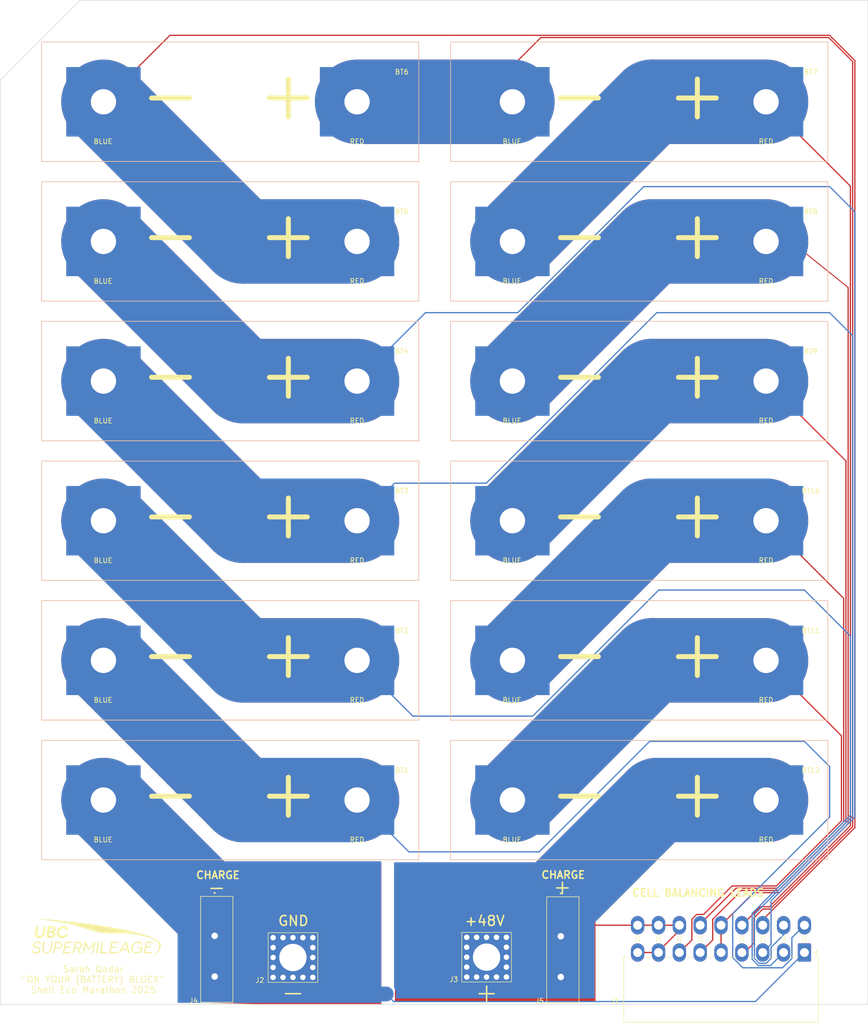
<source format=kicad_pcb>
(kicad_pcb (version 20240108) (generator "pcbnew") (generator_version "8.0")
  (layers (0 "F.Cu" signal) (31 "B.Cu" signal) (34 "B.Paste" user) (35 "F.Paste" user) (36 "B.SilkS" user "B.Silkscreen") (37 "F.SilkS" user "F.Silkscreen") (38 "B.Mask" user) (39 "F.Mask" user) (44 "Edge.Cuts" user))
  (net 0 "")
  (net 1 "cell1+")
  (net 2 "GND")
  (net 3 "cell2+")
  (net 4 "cell5+")
  (net 5 "cell4+")
  (net 6 "cell3+")
  (net 7 "cell6+")
  (net 8 "+48V")
  (net 9 "cell11+")
  (net 10 "cell7+")
  (net 11 "cell8+")
  (net 12 "cell9+")
  (net 13 "cell10+")
  (footprint "URBAN_CELL_CUSTOM_footprints:Enepaq Molicel P50B 21700" (layer "F.Cu") (at 148.629 99.751 180)
    (property "Reference" "BT6" (at -9 6 180) (layer "F.SilkS"))
    (property "Value" "Battery_Cell")
    (fp_text user "-" (at 37.592 0 180) (layer "F.SilkS") (effects (font (size 10 10) (thickness 1))))
    (fp_text user "BLUE" (at 51.181 -8.001 180) (layer "F.SilkS"))
    (fp_text user "RED" (at 0 -8 180) (layer "F.SilkS"))
    (fp_text user "+" (at 13.843 0 180) (layer "F.SilkS") (effects (font (size 10 10) (thickness 1))))
    (pad "1" thru_hole circle (at 0 0 180) (size 9 9) (drill 5.1) (layers "*.Cu" "*.Mask") (net 7 "cell6+"))
    (pad "1" smd rect (at 0 0 180) (size 15 14) (layers "B.Cu" "B.Paste" "B.Mask") (net 7 "cell6+"))
    (pad "2" thru_hole circle (at 51.1 0 180) (size 9 9) (drill 5.1) (layers "*.Cu" "*.Mask") (net 4 "cell5+"))
    (pad "2" smd rect (at 51.1 0 180) (size 15 14) (layers "B.Cu" "B.Paste" "B.Mask") (net 4 "cell5+"))
  )
  (footprint "URBAN_CELL_CUSTOM_footprints:Enepaq Molicel P50B 21700" (layer "F.Cu") (at 231.029 99.751 180)
    (property "Reference" "BT7" (at -9 6 180) (layer "F.SilkS"))
    (property "Value" "Battery_Cell")
    (fp_text user "-" (at 37.592 0 180) (layer "F.SilkS") (effects (font (size 10 10) (thickness 1))))
    (fp_text user "+" (at 13.843 0 180) (layer "F.SilkS") (effects (font (size 10 10) (thickness 1))))
    (fp_text user "RED" (at 0 -8 180) (layer "F.SilkS"))
    (fp_text user "BLUE" (at 51.181 -8.001 180) (layer "F.SilkS"))
    (pad "1" thru_hole circle (at 0 0 180) (size 9 9) (drill 5.1) (layers "*.Cu" "*.Mask") (net 10 "cell7+"))
    (pad "1" smd rect (at 0 0 180) (size 15 14) (layers "B.Cu" "B.Paste" "B.Mask") (net 10 "cell7+"))
    (pad "2" thru_hole circle (at 51.1 0 180) (size 9 9) (drill 5.1) (layers "*.Cu" "*.Mask") (net 7 "cell6+"))
    (pad "2" smd rect (at 51.1 0 180) (size 15 14) (layers "B.Cu" "B.Paste" "B.Mask") (net 7 "cell6+"))
  )
  (footprint "URBAN_CELL_CUSTOM_footprints:PHOENIX_01x01_1190362_TERMBLOCK_ANGLED" (layer "F.Cu") (at 117.115 281.1875)
    (property "Reference" "J4" (at -1.405 -0.3475 0) (layer "F.SilkS"))
    (property "Value" "Conn_01x01_Socket")
    (pad "1" thru_hole circle (at 2.83 -13.4) (size 1.95 1.95) (drill 1.3) (layers "*.Cu" "*.Mask") (net 2 "GND"))
    (pad "1" thru_hole circle (at 2.83 -5.2) (size 1.95 1.95) (drill 1.3) (layers "*.Cu" "*.Mask") (net 2 "GND"))
  )
  (footprint "URBAN_CELL_CUSTOM_footprints:Enepaq Molicel P50B 21700" (layer "F.Cu") (at 148.629 127.885 180)
    (property "Reference" "BT5" (at -9 6 180) (layer "F.SilkS"))
    (property "Value" "Battery_Cell")
    (fp_text user "-" (at 37.592 0 180) (layer "F.SilkS") (effects (font (size 10 10) (thickness 1))))
    (fp_text user "RED" (at 0 -8 180) (layer "F.SilkS"))
    (fp_text user "+" (at 13.843 0 180) (layer "F.SilkS") (effects (font (size 10 10) (thickness 1))))
    (fp_text user "BLUE" (at 51.181 -8.001 180) (layer "F.SilkS"))
    (pad "1" thru_hole circle (at 0 0 180) (size 9 9) (drill 5.1) (layers "*.Cu" "*.Mask") (net 4 "cell5+"))
    (pad "1" smd rect (at 0 0 180) (size 15 14) (layers "B.Cu" "B.Paste" "B.Mask") (net 4 "cell5+"))
    (pad "2" thru_hole circle (at 51.1 0 180) (size 9 9) (drill 5.1) (layers "*.Cu" "*.Mask") (net 5 "cell4+"))
    (pad "2" smd rect (at 51.1 0 180) (size 15 14) (layers "B.Cu" "B.Paste" "B.Mask") (net 5 "cell4+"))
  )
  (footprint "URBAN_CELL_CUSTOM_footprints:Enepaq Molicel P50B 21700" (layer "F.Cu") (at 231.029 156.019 180)
    (property "Reference" "BT9" (at -9 6 180) (layer "F.SilkS"))
    (property "Value" "Battery_Cell")
    (fp_text user "+" (at 13.843 0 180) (layer "F.SilkS") (effects (font (size 10 10) (thickness 1))))
    (fp_text user "BLUE" (at 51.181 -8.001 180) (layer "F.SilkS"))
    (fp_text user "RED" (at 0 -8 180) (layer "F.SilkS"))
    (fp_text user "-" (at 37.592 0 180) (layer "F.SilkS") (effects (font (size 10 10) (thickness 1))))
    (pad "1" thru_hole circle (at 0 0 180) (size 9 9) (drill 5.1) (layers "*.Cu" "*.Mask") (net 12 "cell9+"))
    (pad "1" smd rect (at 0 0 180) (size 15 14) (layers "B.Cu" "B.Paste" "B.Mask") (net 12 "cell9+"))
    (pad "2" thru_hole circle (at 51.1 0 180) (size 9 9) (drill 5.1) (layers "*.Cu" "*.Mask") (net 11 "cell8+"))
    (pad "2" smd rect (at 51.1 0 180) (size 15 14) (layers "B.Cu" "B.Paste" "B.Mask") (net 11 "cell8+"))
  )
  (footprint "URBAN_CELL_CUSTOM_footprints:PHOENIX_01x01_1190362_TERMBLOCK_ANGLED" (layer "F.Cu") (at 186.845 281.275)
    (property "Reference" "J5" (at -1.435 -0.365 0) (layer "F.SilkS"))
    (property "Value" "Conn_01x01_Socket")
    (pad "1" thru_hole circle (at 2.83 -13.4) (size 1.95 1.95) (drill 1.3) (layers "*.Cu" "*.Mask") (net 8 "+48V"))
    (pad "1" thru_hole circle (at 2.83 -5.2) (size 1.95 1.95) (drill 1.3) (layers "*.Cu" "*.Mask") (net 8 "+48V"))
  )
  (footprint "Connector_Molex:Molex_Mini-Fit_Jr_5569-18A2_2x09_P4.20mm_Horizontal" (layer "F.Cu") (at 238.76 271.145 180)
    (property "Reference" "J1" (at 38.125 -9.755 0) (layer "F.SilkS"))
    (property "Value" "Conn_02x09_Odd_Even")
    (pad "" np_thru_hole circle (at 0 -7.3 180) (size 3 3) (drill 3) (layers "*.Cu" "*.Mask"))
    (pad "" np_thru_hole circle (at 33.6 -7.3 180) (size 3 3) (drill 3) (layers "*.Cu" "*.Mask"))
    (pad "1" thru_hole roundrect (at 0 0 180) (size 2.7 3.7) (drill 1.8) (layers "*.Cu" "*.Mask") (roundrect_rratio 0.09259296296) (net 2 "GND"))
    (pad "2" thru_hole oval (at 4.2 0 180) (size 2.7 3.7) (drill 1.8) (layers "*.Cu" "*.Mask") (net 3 "cell2+"))
    (pad "3" thru_hole oval (at 8.4 0 180) (size 2.7 3.7) (drill 1.8) (layers "*.Cu" "*.Mask") (net 5 "cell4+"))
    (pad "4" thru_hole oval (at 12.6 0 180) (size 2.7 3.7) (drill 1.8) (layers "*.Cu" "*.Mask") (net 7 "cell6+"))
    (pad "5" thru_hole oval (at 16.8 0 180) (size 2.7 3.7) (drill 1.8) (layers "*.Cu" "*.Mask") (net 11 "cell8+"))
    (pad "6" thru_hole oval (at 21 0 180) (size 2.7 3.7) (drill 1.8) (layers "*.Cu" "*.Mask") (net 12 "cell9+"))
    (pad "7" thru_hole oval (at 25.2 0 180) (size 2.7 3.7) (drill 1.8) (layers "*.Cu" "*.Mask") (net 9 "cell11+"))
    (pad "8" thru_hole oval (at 29.4 0 180) (size 2.7 3.7) (drill 1.8) (layers "*.Cu" "*.Mask") (net 8 "+48V"))
    (pad "9" thru_hole oval (at 33.6 0 180) (size 2.7 3.7) (drill 1.8) (layers "*.Cu" "*.Mask") (net 8 "+48V"))
    (pad "10" thru_hole oval (at 0 5.5 180) (size 2.7 3.7) (drill 1.8) (layers "*.Cu" "*.Mask") (net 1 "cell1+"))
    (pad "11" thru_hole oval (at 4.2 5.5 180) (size 2.7 3.7) (drill 1.8) (layers "*.Cu" "*.Mask") (net 6 "cell3+"))
    (pad "12" thru_hole oval (at 8.4 5.5 180) (size 2.7 3.7) (drill 1.8) (layers "*.Cu" "*.Mask") (net 4 "cell5+"))
    (pad "13" thru_hole oval (at 12.6 5.5 180) (size 2.7 3.7) (drill 1.8) (layers "*.Cu" "*.Mask") (net 10 "cell7+"))
    (pad "14" thru_hole oval (at 16.8 5.5 180) (size 2.7 3.7) (drill 1.8) (layers "*.Cu" "*.Mask") (net 11 "cell8+"))
    (pad "15" thru_hole oval (at 21 5.5 180) (size 2.7 3.7) (drill 1.8) (layers "*.Cu" "*.Mask") (net 13 "cell10+"))
    (pad "16" thru_hole oval (at 25.2 5.5 180) (size 2.7 3.7) (drill 1.8) (layers "*.Cu" "*.Mask") (net 8 "+48V"))
    (pad "17" thru_hole oval (at 29.4 5.5 180) (size 2.7 3.7) (drill 1.8) (layers "*.Cu" "*.Mask") (net 8 "+48V"))
    (pad "18" thru_hole oval (at 33.6 5.5 180) (size 2.7 3.7) (drill 1.8) (layers "*.Cu" "*.Mask") (net 8 "+48V"))
  )
  (footprint "URBAN_CELL_CUSTOM_footprints:Enepaq Molicel P50B 21700" (layer "F.Cu") (at 148.629 184.153 180)
    (property "Reference" "BT3" (at -9 6 180) (layer "F.SilkS"))
    (property "Value" "Battery_Cell")
    (fp_text user "RED" (at 0 -8 180) (layer "F.SilkS"))
    (fp_text user "-" (at 37.592 0 180) (layer "F.SilkS") (effects (font (size 10 10) (thickness 1))))
    (fp_text user "+" (at 13.843 0 180) (layer "F.SilkS") (effects (font (size 10 10) (thickness 1))))
    (fp_text user "BLUE" (at 51.181 -8.001 180) (layer "F.SilkS"))
    (pad "1" thru_hole circle (at 0 0 180) (size 9 9) (drill 5.1) (layers "*.Cu" "*.Mask") (net 6 "cell3+"))
    (pad "1" smd rect (at 0 0 180) (size 15 14) (layers "B.Cu" "B.Paste" "B.Mask") (net 6 "cell3+"))
    (pad "2" thru_hole circle (at 51.1 0 180) (size 9 9) (drill 5.1) (layers "*.Cu" "*.Mask") (net 3 "cell2+"))
    (pad "2" smd rect (at 51.1 0 180) (size 15 14) (layers "B.Cu" "B.Paste" "B.Mask") (net 3 "cell2+"))
  )
  (footprint "LOGO" (layer "F.Cu") (at 95.866548 268.947174)
    (property "Reference" "G***" (hide yes))
    (property "Value" "LOGO" (hide yes))
  )
  (footprint "URBAN_CELL_CUSTOM_footprints:Enepaq Molicel P50B 21700" (layer "F.Cu") (at 231.029 184.153 180)
    (property "Reference" "BT10" (at -9 6 180) (layer "F.SilkS"))
    (property "Value" "Battery_Cell")
    (fp_text user "+" (at 13.843 0 180) (layer "F.SilkS") (effects (font (size 10 10) (thickness 1))))
    (fp_text user "-" (at 37.592 0 180) (layer "F.SilkS") (effects (font (size 10 10) (thickness 1))))
    (fp_text user "BLUE" (at 51.181 -8.001 180) (layer "F.SilkS"))
    (fp_text user "RED" (at 0 -8 180) (layer "F.SilkS"))
    (pad "1" thru_hole circle (at 0 0 180) (size 9 9) (drill 5.1) (layers "*.Cu" "*.Mask") (net 13 "cell10+"))
    (pad "1" smd rect (at 0 0 180) (size 15 14) (layers "B.Cu" "B.Paste" "B.Mask") (net 13 "cell10+"))
    (pad "2" thru_hole circle (at 51.1 0 180) (size 9 9) (drill 5.1) (layers "*.Cu" "*.Mask") (net 12 "cell9+"))
    (pad "2" smd rect (at 51.1 0 180) (size 15 14) (layers "B.Cu" "B.Paste" "B.Mask") (net 12 "cell9+"))
  )
  (footprint "URBAN_CELL_CUSTOM_footprints:Enepaq Molicel P50B 21700" (layer "F.Cu") (at 148.629 156.019 180)
    (property "Reference" "BT4" (at -9 6 180) (layer "F.SilkS"))
    (property "Value" "Battery_Cell")
    (fp_text user "-" (at 37.592 0 180) (layer "F.SilkS") (effects (font (size 10 10) (thickness 1))))
    (fp_text user "+" (at 13.843 0 180) (layer "F.SilkS") (effects (font (size 10 10) (thickness 1))))
    (fp_text user "RED" (at 0 -8 180) (layer "F.SilkS"))
    (fp_text user "BLUE" (at 51.181 -8.001 180) (layer "F.SilkS"))
    (pad "1" thru_hole circle (at 0 0 180) (size 9 9) (drill 5.1) (layers "*.Cu" "*.Mask") (net 5 "cell4+"))
    (pad "1" smd rect (at 0 0 180) (size 15 14) (layers "B.Cu" "B.Paste" "B.Mask") (net 5 "cell4+"))
    (pad "2" thru_hole circle (at 51.1 0 180) (size 9 9) (drill 5.1) (layers "*.Cu" "*.Mask") (net 6 "cell3+"))
    (pad "2" smd rect (at 51.1 0 180) (size 15 14) (layers "B.Cu" "B.Paste" "B.Mask") (net 6 "cell3+"))
  )
  (footprint "URBAN_CELL_CUSTOM_footprints:Enepaq Molicel P50B 21700" (layer "F.Cu") (at 231.029 212.287 180)
    (property "Reference" "BT11" (at -9 6 180) (layer "F.SilkS"))
    (property "Value" "Battery_Cell")
    (fp_text user "+" (at 13.843 0 180) (layer "F.SilkS") (effects (font (size 10 10) (thickness 1))))
    (fp_text user "BLUE" (at 51.181 -8.001 180) (layer "F.SilkS"))
    (fp_text user "-" (at 37.592 0 180) (layer "F.SilkS") (effects (font (size 10 10) (thickness 1))))
    (fp_text user "RED" (at 0 -8 180) (layer "F.SilkS"))
    (pad "1" thru_hole circle (at 0 0 180) (size 9 9) (drill 5.1) (layers "*.Cu" "*.Mask") (net 9 "cell11+"))
    (pad "1" smd rect (at 0 0 180) (size 15 14) (layers "B.Cu" "B.Paste" "B.Mask") (net 9 "cell11+"))
    (pad "2" thru_hole circle (at 51.1 0 180) (size 9 9) (drill 5.1) (layers "*.Cu" "*.Mask") (net 13 "cell10+"))
    (pad "2" smd rect (at 51.1 0 180) (size 15 14) (layers "B.Cu" "B.Paste" "B.Mask") (net 13 "cell10+"))
  )
  (footprint "MountingHole:MountingHole_8.4mm_M8" (layer "F.Cu") (at 245.294517 257.095442)
    (property "Reference" "H2")
    (property "Value" "MountingHole")
    (pad "" np_thru_hole circle (at 0 0) (size 7.5 7.5) (drill 7.5) (layers "F&B.Cu" "*.Mask"))
  )
  (footprint "URBAN_CELL_CUSTOM_footprints:AMP_01x01_WTB036SV061250R_RADSOKPOWERLOK" (layer "F.Cu") (at 135.71 272.15)
    (property "Reference" "J2" (at -6.67 4.58 0) (layer "F.SilkS"))
    (property "Value" "Conn_01x01_Socket")
    (pad "" np_thru_hole circle (at 0 0) (size 5.5 5.5) (drill 5.5) (layers "F&B.Cu" "*.Mask"))
    (pad "1" thru_hole circle (at -4 -4) (size 1.2 1.2) (drill 1.1) (layers "*.Cu" "*.Mask") (net 2 "GND"))
    (pad "1" thru_hole circle (at -4 -2) (size 1.2 1.2) (drill 1.1) (layers "*.Cu" "*.Mask") (net 2 "GND"))
    (pad "1" thru_hole circle (at -4 0) (size 1.2 1.2) (drill 1.1) (layers "*.Cu" "*.Mask") (net 2 "GND"))
    (pad "1" thru_hole circle (at -4 2) (size 1.2 1.2) (drill 1.1) (layers "*.Cu" "*.Mask") (net 2 "GND"))
    (pad "1" thru_hole circle (at -4 4) (size 1.2 1.2) (drill 1.1) (layers "*.Cu" "*.Mask") (net 2 "GND"))
    (pad "1" thru_hole circle (at -2 -4 90) (size 1.2 1.2) (drill 1.1) (layers "*.Cu" "*.Mask") (net 2 "GND"))
    (pad "1" thru_hole circle (at -2 4 90) (size 1.2 1.2) (drill 1.1) (layers "*.Cu" "*.Mask") (net 2 "GND"))
    (pad "1" smd rect (at 0 0) (size 10 10) (layers "F.Cu" "F.Paste" "F.Mask") (net 2 "GND"))
    (pad "1" thru_hole circle (at 0.000001 -4 90) (size 1.2 1.2) (drill 1.1) (layers "*.Cu" "*.Mask") (net 2 "GND"))
    (pad "1" thru_hole circle (at 0.000001 4 90) (size 1.2 1.2) (drill 1.1) (layers "*.Cu" "*.Mask") (net 2 "GND"))
    (pad "1" thru_hole circle (at 2 -4 90) (size 1.2 1.2) (drill 1.1) (layers "*.Cu" "*.Mask") (net 2 "GND"))
    (pad "1" thru_hole circle (at 2 4 90) (size 1.2 1.2) (drill 1.1) (layers "*.Cu" "*.Mask") (net 2 "GND"))
    (pad "1" thru_hole circle (at 4 -4) (size 1.2 1.2) (drill 1.1) (layers "*.Cu" "*.Mask") (net 2 "GND"))
    (pad "1" thru_hole circle (at 4 -2) (size 1.2 1.2) (drill 1.1) (layers "*.Cu" "*.Mask") (net 2 "GND"))
    (pad "1" thru_hole circle (at 4 0) (size 1.2 1.2) (drill 1.1) (layers "*.Cu" "*.Mask") (net 2 "GND"))
    (pad "1" thru_hole circle (at 4 2) (size 1.2 1.2) (drill 1.1) (layers "*.Cu" "*.Mask") (net 2 "GND"))
    (pad "1" thru_hole circle (at 4 4) (size 1.2 1.2) (drill 1.1) (layers "*.Cu" "*.Mask") (net 2 "GND"))
  )
  (footprint "URBAN_CELL_CUSTOM_footprints:Enepaq Molicel P50B 21700" (layer "F.Cu") (at 148.629 240.421 180)
    (property "Reference" "BT1" (at -9 6 180) (layer "F.SilkS"))
    (property "Value" "Battery_Cell")
    (fp_text user "+" (at 13.843 0 180) (layer "F.SilkS") (effects (font (size 10 10) (thickness 1))))
    (fp_text user "BLUE" (at 51.181 -8.001 180) (layer "F.SilkS"))
    (fp_text user "-" (at 37.592 0 180) (layer "F.SilkS") (effects (font (size 10 10) (thickness 1))))
    (fp_text user "RED" (at 0 -8 180) (layer "F.SilkS"))
    (pad "1" thru_hole circle (at 0 0 180) (size 9 9) (drill 5.1) (layers "*.Cu" "*.Mask") (net 1 "cell1+"))
    (pad "1" smd rect (at 0 0 180) (size 15 14) (layers "B.Cu" "B.Paste" "B.Mask") (net 1 "cell1+"))
    (pad "2" thru_hole circle (at 51.1 0 180) (size 9 9) (drill 5.1) (layers "*.Cu" "*.Mask") (net 2 "GND"))
    (pad "2" smd rect (at 51.1 0 180) (size 15 14) (layers "B.Cu" "B.Paste" "B.Mask") (net 2 "GND"))
  )
  (footprint "URBAN_CELL_CUSTOM_footprints:AMP_01x01_WTB036SV061250R_RADSOKPOWERLOK" (layer "F.Cu") (at 174.72 272.08)
    (property "Reference" "J3" (at -6.6 4.5 0) (layer "F.SilkS"))
    (property "Value" "Conn_01x01_Socket")
    (pad "" np_thru_hole circle (at 0 0) (size 5.5 5.5) (drill 5.5) (layers "F&B.Cu" "*.Mask"))
    (pad "1" thru_hole circle (at -4 -4) (size 1.2 1.2) (drill 1.1) (layers "*.Cu" "*.Mask") (net 8 "+48V"))
    (pad "1" thru_hole circle (at -4 -2) (size 1.2 1.2) (drill 1.1) (layers "*.Cu" "*.Mask") (net 8 "+48V"))
    (pad "1" thru_hole circle (at -4 0) (size 1.2 1.2) (drill 1.1) (layers "*.Cu" "*.Mask") (net 8 "+48V"))
    (pad "1" thru_hole circle (at -4 2) (size 1.2 1.2) (drill 1.1) (layers "*.Cu" "*.Mask") (net 8 "+48V"))
    (pad "1" thru_hole circle (at -4 4) (size 1.2 1.2) (drill 1.1) (layers "*.Cu" "*.Mask") (net 8 "+48V"))
    (pad "1" thru_hole circle (at -2 -4 90) (size 1.2 1.2) (drill 1.1) (layers "*.Cu" "*.Mask") (net 8 "+48V"))
    (pad "1" thru_hole circle (at -2 4 90) (size 1.2 1.2) (drill 1.1) (layers "*.Cu" "*.Mask") (net 8 "+48V"))
    (pad "1" smd rect (at 0 0) (size 10 10) (layers "F.Cu" "F.Paste" "F.Mask") (net 8 "+48V"))
    (pad "1" thru_hole circle (at 0.000001 -4 90) (size 1.2 1.2) (drill 1.1) (layers "*.Cu" "*.Mask") (net 8 "+48V"))
    (pad "1" thru_hole circle (at 0.000001 4 90) (size 1.2 1.2) (drill 1.1) (layers "*.Cu" "*.Mask") (net 8 "+48V"))
    (pad "1" thru_hole circle (at 2 -4 90) (size 1.2 1.2) (drill 1.1) (layers "*.Cu" "*.Mask") (net 8 "+48V"))
    (pad "1" thru_hole circle (at 2 4 90) (size 1.2 1.2) (drill 1.1) (layers "*.Cu" "*.Mask") (net 8 "+48V"))
    (pad "1" thru_hole circle (at 4 -4) (size 1.2 1.2) (drill 1.1) (layers "*.Cu" "*.Mask") (net 8 "+48V"))
    (pad "1" thru_hole circle (at 4 -2) (size 1.2 1.2) (drill 1.1) (layers "*.Cu" "*.Mask") (net 8 "+48V"))
    (pad "1" thru_hole circle (at 4 0) (size 1.2 1.2) (drill 1.1) (layers "*.Cu" "*.Mask") (net 8 "+48V"))
    (pad "1" thru_hole circle (at 4 2) (size 1.2 1.2) (drill 1.1) (layers "*.Cu" "*.Mask") (net 8 "+48V"))
    (pad "1" thru_hole circle (at 4 4) (size 1.2 1.2) (drill 1.1) (layers "*.Cu" "*.Mask") (net 8 "+48V"))
  )
  (footprint "URBAN_CELL_CUSTOM_footprints:Enepaq Molicel P50B 21700" (layer "F.Cu") (at 231.029 240.421 180)
    (property "Reference" "BT12" (at -9 6 180) (layer "F.SilkS"))
    (property "Value" "Battery_Cell")
    (fp_text user "BLUE" (at 51.181 -8.001 180) (layer "F.SilkS"))
    (fp_text user "RED" (at 0 -8 180) (layer "F.SilkS"))
    (fp_text user "-" (at 37.592 0 180) (layer "F.SilkS") (effects (font (size 10 10) (thickness 1))))
    (fp_text user "+" (at 13.843 0 180) (layer "F.SilkS") (effects (font (size 10 10) (thickness 1))))
    (pad "1" thru_hole circle (at 0 0 180) (size 9 9) (drill 5.1) (layers "*.Cu" "*.Mask") (net 8 "+48V"))
    (pad "1" smd rect (at 0 0 180) (size 15 14) (layers "B.Cu" "B.Paste" "B.Mask") (net 8 "+48V"))
    (pad "2" thru_hole circle (at 51.1 0 180) (size 9 9) (drill 5.1) (layers "*.Cu" "*.Mask") (net 9 "cell11+"))
    (pad "2" smd rect (at 51.1 0 180) (size 15 14) (layers "B.Cu" "B.Paste" "B.Mask") (net 9 "cell11+"))
  )
  (footprint "MountingHole:MountingHole_8.4mm_M8" (layer "F.Cu") (at 84.469848 257.548072)
    (property "Reference" "H1")
    (property "Value" "MountingHole")
    (pad "" np_thru_hole circle (at 0 0) (size 7.5 7.5) (drill 7.5) (layers "F&B.Cu" "*.Mask"))
  )
  (footprint "URBAN_CELL_CUSTOM_footprints:Enepaq Molicel P50B 21700" (layer "F.Cu") (at 148.629 212.287 180)
    (property "Reference" "BT2" (at -9 6 180) (layer "F.SilkS"))
    (property "Value" "Battery_Cell")
    (fp_text user "BLUE" (at 51.181 -8.001 180) (layer "F.SilkS"))
    (fp_text user "RED" (at 0 -8 180) (layer "F.SilkS"))
    (fp_text user "+" (at 13.843 0 180) (layer "F.SilkS") (effects (font (size 10 10) (thickness 1))))
    (fp_text user "-" (at 37.592 0 180) (layer "F.SilkS") (effects (font (size 10 10) (thickness 1))))
    (pad "1" thru_hole circle (at 0 0 180) (size 9 9) (drill 5.1) (layers "*.Cu" "*.Mask") (net 3 "cell2+"))
    (pad "1" smd rect (at 0 0 180) (size 15 14) (layers "B.Cu" "B.Paste" "B.Mask") (net 3 "cell2+"))
    (pad "2" thru_hole circle (at 51.1 0 180) (size 9 9) (drill 5.1) (layers "*.Cu" "*.Mask") (net 1 "cell1+"))
    (pad "2" smd rect (at 51.1 0 180) (size 15 14) (layers "B.Cu" "B.Paste" "B.Mask") (net 1 "cell1+"))
  )
  (footprint "URBAN_CELL_CUSTOM_footprints:Enepaq Molicel P50B 21700" (layer "F.Cu") (at 231.029 127.885 180)
    (property "Reference" "BT8" (at -9 6 180) (layer "F.SilkS"))
    (property "Value" "Battery_Cell")
    (fp_text user "RED" (at 0 -8 180) (layer "F.SilkS"))
    (fp_text user "+" (at 13.843 0 180) (layer "F.SilkS") (effects (font (size 10 10) (thickness 1))))
    (fp_text user "BLUE" (at 51.181 -8.001 180) (layer "F.SilkS"))
    (fp_text user "-" (at 37.592 0 180) (layer "F.SilkS") (effects (font (size 10 10) (thickness 1))))
    (pad "1" thru_hole circle (at 0 0 180) (size 9 9) (drill 5.1) (layers "*.Cu" "*.Mask") (net 11 "cell8+"))
    (pad "1" smd rect (at 0 0 180) (size 15 14) (layers "B.Cu" "B.Paste" "B.Mask") (net 11 "cell8+"))
    (pad "2" thru_hole circle (at 51.1 0 180) (size 9 9) (drill 5.1) (layers "*.Cu" "*.Mask") (net 10 "cell7+"))
    (pad "2" smd rect (at 51.1 0 180) (size 15 14) (layers "B.Cu" "B.Paste" "B.Mask") (net 10 "cell7+"))
  )
  (gr_line (start 247.57 137.16) (end 228.6 121.92) (stroke (width 0.2)) (layer "F.Cu") (net 11))
  (gr_line (start 92.861212 79.293384) (end 251.5405 79.293384) (stroke (width 0.1)) (layer "Edge.Cuts"))
  (gr_line (start 76.740212 281.584) (end 251.5405 281.584) (stroke (width 0.1)) (layer "Edge.Cuts"))
  (gr_line (start 251.5405 79.293384) (end 251.5405 281.584) (stroke (width 0.1)) (layer "Edge.Cuts"))
  (gr_line (start 76.740212 95.414384) (end 76.740212 281.584) (stroke (width 0.1)) (layer "Edge.Cuts"))
  (gr_line (start 76.740212 95.414384) (end 92.861212 79.293384) (stroke (width 0.1)) (layer "Edge.Cuts"))
  (gr_text "+" (at 190 257.9 0) (layer "F.SilkS") (effects (font (size 3 3) (thickness 0.3)) (justify mirror)))
  (gr_text "CELL BALANCING LEADS" (at 203.91 260 0) (layer "F.SilkS") (effects (font (size 1.5 1.5) (thickness 0.3) (bold yes)) (justify left bottom)))
  (gr_text "CHARGE" (at 190.175 255.5 0) (layer "F.SilkS") (effects (font (size 1.5 1.5) (thickness 0.3))))
  (gr_text "-" (at 135.72 279.13 0) (layer "F.SilkS") (effects (font (size 4 4) (thickness 0.3)) (justify mirror)))
  (gr_text "-" (at 120.325 258 0) (layer "F.SilkS") (effects (font (size 3 3) (thickness 0.3)) (justify mirror)))
  (gr_text "GND" (at 132.55 265.94 0) (layer "F.SilkS") (effects (font (size 2 2) (thickness 0.3)) (justify left bottom)))
  (gr_text "+" (at 174.73 279.13 0) (layer "F.SilkS") (effects (font (size 4 4) (thickness 0.3)) (justify mirror)))
  (gr_text "Sarah Qadar\n{dblquote}ON YOUR (BATTERY) BLOCK{dblquote}\nShell Eco Marathon 2025" (at 95.476548 276.577174 0) (layer "F.SilkS") (effects (font (size 1.3 1.3))))
  (gr_text "CHARGE" (at 120.6 255.55 0) (layer "F.SilkS") (effects (font (size 1.5 1.5) (thickness 0.3))))
  (gr_text "+48V" (at 170.17 265.94 0) (layer "F.SilkS") (effects (font (size 2 2) (thickness 0.3)) (justify left bottom)))
  (segment (start 148.629 240.421) (end 125.663 240.421) (width 17) (layer "F.Cu") (net 1))
  (segment (start 125.663 240.421) (end 97.529 212.287) (width 17) (layer "F.Cu") (net 1))
  (segment (start 238.76 265.645) (end 236.235 268.17) (width 0.25) (layer "B.Cu") (net 1))
  (segment (start 238.76 265.645) (end 239.354 265.051) (width 0.25) (layer "B.Cu") (net 1))
  (segment (start 97.529 212.287) (end 125.663 240.421) (width 17) (layer "B.Cu") (net 1))
  (segment (start 236.235 272.338808) (end 234.353808 274.22) (width 0.25) (layer "B.Cu") (net 1))
  (segment (start 97.529 212.287) (end 98.550634 212.287) (width 16) (layer "B.Cu") (net 1))
  (segment (start 207.585529 228.6) (end 185.32217 250.863359) (width 0.25) (layer "B.Cu") (net 1))
  (segment (start 159.071359 250.863359) (end 148.629 240.421) (width 0.25) (layer "B.Cu") (net 1))
  (segment (start 236.235 268.17) (end 236.235 272.338808) (width 0.25) (layer "B.Cu") (net 1))
  (segment (start 238.76 228.6) (end 207.585529 228.6) (width 0.25) (layer "B.Cu") (net 1))
  (segment (start 226.366192 274.22) (end 224.3134 272.167208) (width 0.25) (layer "B.Cu") (net 1))
  (segment (start 234.353808 274.22) (end 226.366192 274.22) (width 0.25) (layer "B.Cu") (net 1))
  (segment (start 224.3134 272.167208) (end 224.3134 263.3666) (width 0.25) (layer "B.Cu") (net 1))
  (segment (start 243.84 233.68) (end 238.76 228.6) (width 0.25) (layer "B.Cu") (net 1))
  (segment (start 224.3134 263.3666) (end 243.84 243.84) (width 0.25) (layer "B.Cu") (net 1))
  (segment (start 125.663 240.421) (end 148.629 240.421) (width 17) (layer "B.Cu") (net 1))
  (segment (start 243.84 243.84) (end 243.84 233.68) (width 0.25) (layer "B.Cu") (net 1))
  (segment (start 185.32217 250.863359) (end 159.071359 250.863359) (width 0.25) (layer "B.Cu") (net 1))
  (segment (start 135.09 272.25) (end 142.25 272.25) (width 17) (layer "F.Cu") (net 2))
  (segment (start 129.108 272) (end 132.585 272) (width 0.25) (layer "F.Cu") (net 2))
  (segment (start 97.529 240.421) (end 129.108 272) (width 17) (layer "F.Cu") (net 2))
  (segment (start 144.095 271.635) (end 143.51 271.635) (width 3) (layer "B.Cu") (net 2))
  (segment (start 130.175 267.335) (end 127 264.16) (width 0.25) (layer "B.Cu") (net 2))
  (segment (start 97.529 240.421) (end 129.108 272) (width 17) (layer "B.Cu") (net 2))
  (segment (start 135.09 272.25) (end 142.25 272.25) (width 17) (layer "B.Cu") (net 2))
  (segment (start 238.76 271.145) (end 228.889189 281.015811) (width 0.25) (layer "B.Cu") (net 2))
  (segment (start 154.5 279.5) (end 151.96 279.5) (width 3) (layer "B.Cu") (net 2))
  (segment (start 151.96 279.5) (end 144.095 271.635) (width 3) (layer "B.Cu") (net 2))
  (segment (start 228.889189 281.015811) (end 156.015811 281.015811) (width 0.25) (layer "B.Cu") (net 2))
  (segment (start 156.015811 281.015811) (end 154.5 279.5) (width 0.25) (layer "B.Cu") (net 2))
  (segment (start 125.663 212.287) (end 148.629 212.287) (width 17) (layer "F.Cu") (net 3))
  (segment (start 97.529 184.153) (end 125.663 212.287) (width 17) (layer "F.Cu") (net 3))
  (segment (start 231.935 273.77) (end 234.56 271.145) (width 0.25) (layer "B.Cu") (net 3))
  (segment (start 248.02 207.38) (end 248.02 243.467208) (width 0.25) (layer "B.Cu") (net 3))
  (segment (start 159.862 223.52) (end 184.00806 223.52) (width 0.25) (layer "B.Cu") (net 3))
  (segment (start 125.663 212.287) (end 148.629 212.287) (width 17) (layer "B.Cu") (net 3))
  (segment (start 97.529 184.153) (end 125.663 212.287) (width 17) (layer "B.Cu") (net 3))
  (segment (start 184.00806 223.52) (end 209.40806 198.12) (width 0.25) (layer "B.Cu") (net 3))
  (segment (start 248.02 243.467208) (end 228.235 263.252208) (width 0.25) (layer "B.Cu") (net 3))
  (segment (start 238.76 198.12) (end 248.02 207.38) (width 0.25) (layer "B.Cu") (net 3))
  (segment (start 228.235 272.525204) (end 229.479796 273.77) (width 0.25) (layer "B.Cu") (net 3))
  (segment (start 148.629 212.287) (end 159.862 223.52) (width 0.25) (layer "B.Cu") (net 3))
  (segment (start 229.479796 273.77) (end 231.935 273.77) (width 0.25) (layer "B.Cu") (net 3))
  (segment (start 228.235 263.252208) (end 228.235 272.525204) (width 0.25) (layer "B.Cu") (net 3))
  (segment (start 209.40806 198.12) (end 238.76 198.12) (width 0.25) (layer "B.Cu") (net 3))
  (segment (start 230.36 265.645) (end 230.36 264.545) (width 0.25) (layer "F.Cu") (net 4))
  (segment (start 230.36 264.545) (end 248.92 245.985) (width 0.25) (layer "F.Cu") (net 4))
  (segment (start 243.84 86.36) (end 110.92 86.36) (width 0.25) (layer "F.Cu") (net 4))
  (segment (start 248.92 245.985) (end 248.92 91.44) (width 0.25) (layer "F.Cu") (net 4))
  (segment (start 110.92 86.36) (end 97.529 99.751) (width 0.25) (layer "F.Cu") (net 4))
  (segment (start 248.92 91.44) (end 243.84 86.36) (width 0.25) (layer "F.Cu") (net 4))
  (segment (start 97.529 99.751) (end 125.663 127.885) (width 17) (layer "F.Cu") (net 4))
  (segment (start 148.629 127.885) (end 125.663 127.885) (width 17) (layer "F.Cu") (net 4))
  (segment (start 148.629 127.885) (end 151.515 127.885) (width 0.25) (layer "B.Cu") (net 4))
  (segment (start 148.629 127.885) (end 125.663 127.885) (width 17) (layer "B.Cu") (net 4))
  (segment (start 125.663 127.885) (end 97.529 99.751) (width 17) (layer "B.Cu") (net 4))
  (segment (start 97.529 127.885) (end 125.663 156.019) (width 17) (layer "F.Cu") (net 5))
  (segment (start 125.663 156.019) (end 148.629 156.019) (width 17) (layer "F.Cu") (net 5))
  (segment (start 248.92 243.84) (end 248.92 121.92) (width 0.25) (layer "B.Cu") (net 5))
  (segment (start 230.36 271.145) (end 232.035 269.47) (width 0.25) (layer "B.Cu") (net 5))
  (segment (start 206.389344 116.84) (end 180.989344 142.24) (width 0.25) (layer "B.Cu") (net 5))
  (segment (start 125.663 156.019) (end 148.629 156.019) (width 17) (layer "B.Cu") (net 5))
  (segment (start 232.035 269.47) (end 232.035 260.725) (width 0.25) (layer "B.Cu") (net 5))
  (segment (start 180.989344 142.24) (end 162.408 142.24) (width 0.25) (layer "B.Cu") (net 5))
  (segment (start 248.92 121.92) (end 243.84 116.84) (width 0.25) (layer "B.Cu") (net 5))
  (segment (start 162.408 142.24) (end 148.629 156.019) (width 0.25) (layer "B.Cu") (net 5))
  (segment (start 97.529 127.885) (end 125.663 156.019) (width 17) (layer "B.Cu") (net 5))
  (segment (start 243.84 116.84) (end 206.389344 116.84) (width 0.25) (layer "B.Cu") (net 5))
  (segment (start 232.035 260.725) (end 248.92 243.84) (width 0.25) (layer "B.Cu") (net 5))
  (segment (start 233.26 265.645) (end 234.315 265.645) (width 0.25) (layer "F.Cu") (net 6))
  (segment (start 97.529 156.019) (end 125.663 184.153) (width 17) (layer "F.Cu") (net 6))
  (segment (start 125.663 184.153) (end 148.629 184.153) (width 17) (layer "F.Cu") (net 6))
  (segment (start 156.191372 176.590628) (end 174.652981 176.590628) (width 0.25) (layer "B.Cu") (net 6))
  (segment (start 229.666192 273.32) (end 231.053808 273.32) (width 0.25) (layer "B.Cu") (net 6))
  (segment (start 248.47 146.87) (end 248.47 243.653604) (width 0.25) (layer "B.Cu") (net 6))
  (segment (start 148.629 184.153) (end 156.191372 176.590628) (width 0.25) (layer "B.Cu") (net 6))
  (segment (start 228.685 272.338808) (end 229.666192 273.32) (width 0.25) (layer "B.Cu") (net 6))
  (segment (start 97.529 156.019) (end 125.663 184.153) (width 17) (layer "B.Cu") (net 6))
  (segment (start 203.561805 147.681805) (end 203.923609 147.32) (width 0.25) (layer "B.Cu") (net 6))
  (segment (start 232.035 270.106396) (end 234.56 267.581396) (width 0.25) (layer "B.Cu") (net 6))
  (segment (start 148.629 184.153) (end 156.207 184.153) (width 0.25) (layer "B.Cu") (net 6))
  (segment (start 228.685 263.438604) (end 228.685 272.338808) (width 0.25) (layer "B.Cu") (net 6))
  (segment (start 231.053808 273.32) (end 232.035 272.338808) (width 0.25) (layer "B.Cu") (net 6))
  (segment (start 209.003609 142.24) (end 243.84 142.24) (width 0.25) (layer "B.Cu") (net 6))
  (segment (start 234.56 267.581396) (end 234.56 265.645) (width 0.25) (layer "B.Cu") (net 6))
  (segment (start 203.923609 147.32) (end 209.003609 142.24) (width 0.25) (layer "B.Cu") (net 6))
  (segment (start 174.652981 176.590628) (end 203.561805 147.681805) (width 0.25) (layer "B.Cu") (net 6))
  (segment (start 125.663 184.153) (end 148.629 184.153) (width 17) (layer "B.Cu") (net 6))
  (segment (start 232.035 272.338808) (end 232.035 270.106396) (width 0.25) (layer "B.Cu") (net 6))
  (segment (start 243.84 142.24) (end 248.47 146.87) (width 0.25) (layer "B.Cu") (net 6))
  (segment (start 248.47 243.653604) (end 228.685 263.438604) (width 0.25) (layer "B.Cu") (net 6))
  (segment (start 248.47 91.626396) (end 248.47 245.798604) (width 0.25) (layer "F.Cu") (net 7))
  (segment (start 226.695 271.145) (end 226.16 271.145) (width 0.25) (layer "F.Cu") (net 7))
  (segment (start 185.661 86.81) (end 243.653604 86.81) (width 0.25) (layer "F.Cu") (net 7))
  (segment (start 243.653604 86.81) (end 248.47 91.626396) (width 0.25) (layer "F.Cu") (net 7))
  (segment (start 231.894302 262.374302) (end 230.385698 262.374302) (width 0.25) (layer "F.Cu") (net 7))
  (segment (start 172.72 99.751) (end 185.661 86.81) (width 0.25) (layer "F.Cu") (net 7))
  (segment (start 230.385698 262.374302) (end 228.6 264.16) (width 0.25) (layer "F.Cu") (net 7))
  (segment (start 148.629 99.751) (end 179.929 99.751) (width 17) (layer "F.Cu") (net 7))
  (segment (start 228.6 269.24) (end 226.695 271.145) (width 0.25) (layer "F.Cu") (net 7))
  (segment (start 228.6 264.16) (end 228.6 269.24) (width 0.25) (layer "F.Cu") (net 7))
  (segment (start 248.47 245.798604) (end 231.894302 262.374302) (width 0.25) (layer "F.Cu") (net 7))
  (segment (start 148.629 99.751) (end 179.929 99.751) (width 17) (layer "B.Cu") (net 7))
  (segment (start 204.915 271.145) (end 204.915 269.845) (width 0.25) (layer "F.Cu") (net 8))
  (segment (start 191.795 265.645) (end 188 269.44) (width 0.25) (layer "F.Cu") (net 8))
  (segment (start 205.16 271.145) (end 209.36 271.145) (width 0.25) (layer "F.Cu") (net 8))
  (segment (start 200.715 265.645) (end 209.115 265.645) (width 0.25) (layer "F.Cu") (net 8))
  (segment (start 213.56 266.7) (end 213.56 265.645) (width 0.25) (layer "F.Cu") (net 8))
  (segment (start 200.715 265.645) (end 191.795 265.645) (width 0.25) (layer "F.Cu") (net 8))
  (segment (start 209.36 265.645) (end 213.56 265.645) (width 0.25) (layer "F.Cu") (net 8))
  (segment (start 173.3975 272.27) (end 171.45 274.2175) (width 3) (layer "F.Cu") (net 8))
  (segment (start 209.159 240.421) (end 231.029 240.421) (width 17) (layer "F.Cu") (net 8))
  (segment (start 213.315 265.645) (end 213.880724 265.645) (width 0.25) (layer "F.Cu") (net 8))
  (segment (start 177.58 272) (end 209.159 240.421) (width 17) (layer "F.Cu") (net 8))
  (segment (start 209.115 271.145) (end 213.56 266.7) (width 0.25) (layer "F.Cu") (net 8))
  (segment (start 177.31 272.27) (end 173.3975 272.27) (width 3) (layer "F.Cu") (net 8))
  (segment (start 177.83 271.75) (end 166 271.75) (width 17) (layer "F.Cu") (net 8))
  (segment (start 177.83 271.75) (end 166 271.75) (width 17) (layer "B.Cu") (net 8))
  (segment (start 209.159 240.421) (end 231.029 240.421) (width 17) (layer "B.Cu") (net 8))
  (segment (start 209.159 240.421) (end 177.83 271.75) (width 17) (layer "B.Cu") (net 8))
  (segment (start 216.085 264.451192) (end 217.066192 263.47) (width 0.25) (layer "F.Cu") (net 9))
  (segment (start 233.120812 257.73) (end 246.22 244.630812) (width 0.25) (layer "F.Cu") (net 9))
  (segment (start 213.56 271.145) (end 216.085 268.62) (width 0.25) (layer "F.Cu") (net 9))
  (segment (start 246.22 227.478) (end 231.029 212.287) (width 0.25) (layer "F.Cu") (net 9))
  (segment (start 217.066192 263.47) (end 218.453808 263.47) (width 0.25) (layer "F.Cu") (net 9))
  (segment (start 208.063 212.287) (end 179.929 240.421) (width 17) (layer "F.Cu") (net 9))
  (segment (start 231.029 212.287) (end 208.063 212.287) (width 17) (layer "F.Cu") (net 9))
  (segment (start 224.193808 257.73) (end 233.120812 257.73) (width 0.25) (layer "F.Cu") (net 9))
  (segment (start 216.085 268.62) (end 216.085 264.451192) (width 0.25) (layer "F.Cu") (net 9))
  (segment (start 218.453808 263.47) (end 224.193808 257.73) (width 0.25) (layer "F.Cu") (net 9))
  (segment (start 246.22 244.630812) (end 246.22 227.478) (width 0.25) (layer "F.Cu") (net 9))
  (segment (start 208.063 212.287) (end 179.929 240.421) (width 17) (layer "B.Cu") (net 9))
  (segment (start 231.029 212.287) (end 208.063 212.287) (width 17) (layer "B.Cu") (net 9))
  (segment (start 208.063 99.751) (end 179.929 127.885) (width 17) (layer "F.Cu") (net 10))
  (segment (start 248.02 116.742) (end 231.029 99.751) (width 0.25) (layer "F.Cu") (net 10))
  (segment (start 231.029 99.751) (end 208.063 99.751) (width 17) (layer "F.Cu") (net 10))
  (segment (start 231.707906 261.924302) (end 248.02 245.612208) (width 0.25) (layer "F.Cu") (net 10))
  (segment (start 229.880698 261.924302) (end 231.707906 261.924302) (width 0.25) (layer "F.Cu") (net 10))
  (segment (start 248.02 245.612208) (end 248.02 116.742) (width 0.25) (layer "F.Cu") (net 10))
  (segment (start 226.16 265.645) (end 229.880698 261.924302) (width 0.25) (layer "F.Cu") (net 10))
  (segment (start 231.029 99.751) (end 208.063 99.751) (width 17) (layer "B.Cu") (net 10))
  (segment (start 208.063 99.751) (end 179.929 127.885) (width 17) (layer "B.Cu") (net 10))
  (segment (start 233.68 259.08) (end 228.525 259.08) (width 0.25) (layer "F.Cu") (net 11))
  (segment (start 221.715 264.242208) (end 221.715 265.645) (width 0.25) (layer "F.Cu") (net 11))
  (segment (start 228.525 259.08) (end 221.96 265.645) (width 0.25) (layer "F.Cu") (net 11))
  (segment (start 247.57 245.19) (end 247.57 137.16) (width 0.25) (layer "F.Cu") (net 11))
  (segment (start 208.063 127.885) (end 179.929 156.019) (width 17) (layer "F.Cu") (net 11))
  (segment (start 231.029 127.885) (end 208.063 127.885) (width 17) (layer "F.Cu") (net 11))
  (segment (start 221.96 265.645) (end 221.96 271.145) (width 0.25) (layer "F.Cu") (net 11))
  (segment (start 233.68 259.08) (end 247.57 245.19) (width 0.25) (layer "F.Cu") (net 11))
  (segment (start 179.929 156.019) (end 208.063 127.885) (width 17) (layer "B.Cu") (net 11))
  (segment (start 208.063 127.885) (end 231.029 127.885) (width 17) (layer "B.Cu") (net 11))
  (segment (start 247.12 172.11) (end 231.029 156.019) (width 0.25) (layer "F.Cu") (net 12))
  (segment (start 217.76 271.145) (end 220.285 268.62) (width 0.25) (layer "F.Cu") (net 12))
  (segment (start 231.029 156.019) (end 208.063 156.019) (width 17) (layer "F.Cu") (net 12))
  (segment (start 220.285 268.62) (end 220.285 264.451192) (width 0.25) (layer "F.Cu") (net 12))
  (segment (start 208.063 156.019) (end 179.929 184.153) (width 17) (layer "F.Cu") (net 12))
  (segment (start 220.285 264.451192) (end 226.106192 258.63) (width 0.25) (layer "F.Cu") (net 12))
  (segment (start 233.493604 258.63) (end 247.12 245.003604) (width 0.25) (layer "F.Cu") (net 12))
  (segment (start 226.106192 258.63) (end 233.493604 258.63) (width 0.25) (layer "F.Cu") (net 12))
  (segment (start 247.12 245.003604) (end 247.12 172.11) (width 0.25) (layer "F.Cu") (net 12))
  (segment (start 208.063 156.019) (end 231.029 156.019) (width 17) (layer "B.Cu") (net 12))
  (segment (start 179.929 184.153) (end 208.063 156.019) (width 17) (layer "B.Cu") (net 12))
  (segment (start 217.515 265.645) (end 224.98 258.18) (width 0.25) (layer "F.Cu") (net 13))
  (segment (start 208.063 184.153) (end 179.929 212.287) (width 17) (layer "F.Cu") (net 13))
  (segment (start 246.67 244.817208) (end 246.67 199.794) (width 0.25) (layer "F.Cu") (net 13))
  (segment (start 233.307208 258.18) (end 246.67 244.817208) (width 0.25) (layer "F.Cu") (net 13))
  (segment (start 246.67 199.794) (end 231.029 184.153) (width 0.25) (layer "F.Cu") (net 13))
  (segment (start 231.029 184.153) (end 208.063 184.153) (width 17) (layer "F.Cu") (net 13))
  (segment (start 224.98 258.18) (end 233.307208 258.18) (width 0.25) (layer "F.Cu") (net 13))
  (segment (start 208.063 184.153) (end 231.029 184.153) (width 17) (layer "B.Cu") (net 13))
  (segment (start 179.929 212.287) (end 208.063 184.153) (width 17) (layer "B.Cu") (net 13))
  (zone (net 8) (net_name "+48V") (layer "F.Cu") (connect_pads yes (clearance 0.508)) (min_thickness 0.254) (fill yes (thermal_gap 0.508) (thermal_bridge_width 0.508))
    (polygon (pts (xy 196.67 281.035) (xy 156.25 281.035) (xy 156.25 253) (xy 196.67 253)))
  )
  (zone (net 2) (net_name "GND") (layer "F.Cu") (connect_pads yes (clearance 0.508)) (min_thickness 0.254) (fill yes (thermal_gap 0.508) (thermal_bridge_width 0.508))
    (polygon (pts (xy 153.535 282.135) (xy 112.5 281.134146) (xy 112.5 252.965) (xy 153.535 252.965)))
  )
  (zone (net 8) (net_name "+48V") (layer "B.Cu") (connect_pads yes (clearance 0.508)) (min_thickness 0.254) (fill yes (thermal_gap 0.508) (thermal_bridge_width 0.508))
    (polygon (pts (xy 196.5 281.5) (xy 156.08 281.5) (xy 156.08 252.965) (xy 196.5 252.965)))
  )
  (zone (net 2) (net_name "GND") (layer "B.Cu") (connect_pads yes (clearance 0.508)) (min_thickness 0.254) (fill yes (thermal_gap 0.508) (thermal_bridge_width 0.508))
    (polygon (pts (xy 153.5 281.285) (xy 112.465 281.285) (xy 112.465 252.75) (xy 153.5 252.75)))
  )
)
</source>
